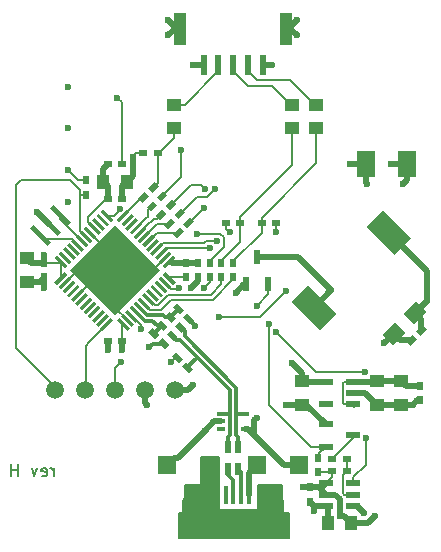
<source format=gbr>
G04 #@! TF.FileFunction,Copper,L4,Bot,Signal*
%FSLAX46Y46*%
G04 Gerber Fmt 4.6, Leading zero omitted, Abs format (unit mm)*
G04 Created by KiCad (PCBNEW 4.0.7-e2-6376~58~ubuntu14.04.1) date Sun Apr  8 21:09:44 2018*
%MOMM*%
%LPD*%
G01*
G04 APERTURE LIST*
%ADD10C,0.100000*%
%ADD11C,0.140000*%
%ADD12R,1.200000X0.600000*%
%ADD13R,1.800000X1.900000*%
%ADD14R,2.100000X1.600000*%
%ADD15R,0.400000X1.500000*%
%ADD16C,1.500000*%
%ADD17R,0.500000X0.800000*%
%ADD18R,0.800000X0.500000*%
%ADD19R,1.200000X1.000000*%
%ADD20R,1.000000X1.200000*%
%ADD21R,0.600000X1.700000*%
%ADD22R,1.000000X2.700000*%
%ADD23R,0.600000X1.200000*%
%ADD24R,0.800000X0.300000*%
%ADD25R,1.500000X2.300000*%
%ADD26R,0.500000X1.000000*%
%ADD27R,1.600000X1.600000*%
%ADD28C,0.600000*%
%ADD29C,0.350000*%
%ADD30C,0.500000*%
%ADD31C,0.200000*%
%ADD32C,1.000000*%
G04 APERTURE END LIST*
D10*
D11*
X113209979Y-94452381D02*
X113209979Y-93785714D01*
X113209979Y-93976190D02*
X113162360Y-93880952D01*
X113114741Y-93833333D01*
X113019503Y-93785714D01*
X112924264Y-93785714D01*
X112209978Y-94404762D02*
X112305216Y-94452381D01*
X112495693Y-94452381D01*
X112590931Y-94404762D01*
X112638550Y-94309524D01*
X112638550Y-93928571D01*
X112590931Y-93833333D01*
X112495693Y-93785714D01*
X112305216Y-93785714D01*
X112209978Y-93833333D01*
X112162359Y-93928571D01*
X112162359Y-94023810D01*
X112638550Y-94119048D01*
X111829026Y-93785714D02*
X111590931Y-94452381D01*
X111352835Y-93785714D01*
X110209978Y-94452381D02*
X110209978Y-93452381D01*
X110209978Y-93928571D02*
X109638549Y-93928571D01*
X109638549Y-94452381D02*
X109638549Y-93452381D01*
D10*
G36*
X121940381Y-81569670D02*
X122293934Y-81216117D01*
X122859619Y-81781802D01*
X122506066Y-82135355D01*
X121940381Y-81569670D01*
X121940381Y-81569670D01*
G37*
G36*
X122788909Y-82418198D02*
X123142462Y-82064645D01*
X123708147Y-82630330D01*
X123354594Y-82983883D01*
X122788909Y-82418198D01*
X122788909Y-82418198D01*
G37*
G36*
X142101220Y-75727207D02*
X139697057Y-73323044D01*
X141111270Y-71908831D01*
X143515433Y-74312994D01*
X142101220Y-75727207D01*
X142101220Y-75727207D01*
G37*
G36*
X135737258Y-82091169D02*
X133333095Y-79687006D01*
X134747308Y-78272793D01*
X137151471Y-80676956D01*
X135737258Y-82091169D01*
X135737258Y-82091169D01*
G37*
G36*
X112676777Y-74932411D02*
X111191853Y-73447487D01*
X111474695Y-73164645D01*
X112959619Y-74649569D01*
X112676777Y-74932411D01*
X112676777Y-74932411D01*
G37*
G36*
X113525305Y-74083883D02*
X112040381Y-72598959D01*
X112323223Y-72316117D01*
X113808147Y-73801041D01*
X113525305Y-74083883D01*
X113525305Y-74083883D01*
G37*
G36*
X114373833Y-73235355D02*
X112888909Y-71750431D01*
X113171751Y-71467589D01*
X114656675Y-72952513D01*
X114373833Y-73235355D01*
X114373833Y-73235355D01*
G37*
D12*
X138574264Y-96000000D03*
X136274264Y-96000000D03*
X136274264Y-96950000D03*
X136274264Y-95050000D03*
X138574264Y-95050000D03*
X138574264Y-96950000D03*
D13*
X124624264Y-98500000D03*
X132224264Y-98500000D03*
D14*
X131524264Y-95950000D03*
X125324264Y-95950000D03*
D15*
X129724264Y-96000000D03*
X129074264Y-96000000D03*
X128424264Y-96000000D03*
X127774264Y-96000000D03*
X127124264Y-96000000D03*
D12*
X138574264Y-91000000D03*
X136274264Y-91950000D03*
X136274264Y-90050000D03*
D16*
X115884264Y-87160000D03*
X118424264Y-87160000D03*
X113344264Y-87160000D03*
D17*
X134924264Y-95400000D03*
X134924264Y-96600000D03*
X115924264Y-70600000D03*
X115924264Y-69400000D03*
X125424264Y-76400000D03*
X125424264Y-77600000D03*
D18*
X119024264Y-83000000D03*
X117824264Y-83000000D03*
D19*
X110924264Y-76000000D03*
X110924264Y-78000000D03*
D10*
G36*
X123340381Y-80169670D02*
X123693934Y-79816117D01*
X124259619Y-80381802D01*
X123906066Y-80735355D01*
X123340381Y-80169670D01*
X123340381Y-80169670D01*
G37*
G36*
X124188909Y-81018198D02*
X124542462Y-80664645D01*
X125108147Y-81230330D01*
X124754594Y-81583883D01*
X124188909Y-81018198D01*
X124188909Y-81018198D01*
G37*
G36*
X121240381Y-82269670D02*
X121593934Y-81916117D01*
X122159619Y-82481802D01*
X121806066Y-82835355D01*
X121240381Y-82269670D01*
X121240381Y-82269670D01*
G37*
G36*
X122088909Y-83118198D02*
X122442462Y-82764645D01*
X123008147Y-83330330D01*
X122654594Y-83683883D01*
X122088909Y-83118198D01*
X122088909Y-83118198D01*
G37*
D17*
X112424264Y-76400000D03*
X112424264Y-77600000D03*
D20*
X117424264Y-69500000D03*
X119424264Y-69500000D03*
D18*
X117824264Y-71000000D03*
X119024264Y-71000000D03*
D19*
X140624264Y-86400000D03*
X140624264Y-88400000D03*
X134224264Y-86400000D03*
X134224264Y-88400000D03*
D21*
X128424264Y-59600000D03*
X129674264Y-59600000D03*
X127174264Y-59600000D03*
X125924264Y-59600000D03*
D22*
X132924264Y-56550000D03*
X123924264Y-56550000D03*
D21*
X130924264Y-59600000D03*
D10*
G36*
X125008147Y-85330330D02*
X124654594Y-85683883D01*
X124088909Y-85118198D01*
X124442462Y-84764645D01*
X125008147Y-85330330D01*
X125008147Y-85330330D01*
G37*
G36*
X124159619Y-84481802D02*
X123806066Y-84835355D01*
X123240381Y-84269670D01*
X123593934Y-83916117D01*
X124159619Y-84481802D01*
X124159619Y-84481802D01*
G37*
G36*
X122943934Y-73533883D02*
X122590381Y-73180330D01*
X123156066Y-72614645D01*
X123509619Y-72968198D01*
X122943934Y-73533883D01*
X122943934Y-73533883D01*
G37*
G36*
X123792462Y-72685355D02*
X123438909Y-72331802D01*
X124004594Y-71766117D01*
X124358147Y-72119670D01*
X123792462Y-72685355D01*
X123792462Y-72685355D01*
G37*
D18*
X138024264Y-94000000D03*
X136824264Y-94000000D03*
D10*
G36*
X122640381Y-80869670D02*
X122993934Y-80516117D01*
X123559619Y-81081802D01*
X123206066Y-81435355D01*
X122640381Y-80869670D01*
X122640381Y-80869670D01*
G37*
G36*
X123488909Y-81718198D02*
X123842462Y-81364645D01*
X124408147Y-81930330D01*
X124054594Y-82283883D01*
X123488909Y-81718198D01*
X123488909Y-81718198D01*
G37*
D18*
X119024264Y-68000000D03*
X117824264Y-68000000D03*
D10*
G36*
X122504594Y-70266117D02*
X122858147Y-70619670D01*
X122292462Y-71185355D01*
X121938909Y-70831802D01*
X122504594Y-70266117D01*
X122504594Y-70266117D01*
G37*
G36*
X121656066Y-71114645D02*
X122009619Y-71468198D01*
X121443934Y-72033883D01*
X121090381Y-71680330D01*
X121656066Y-71114645D01*
X121656066Y-71114645D01*
G37*
G36*
X123254594Y-71016117D02*
X123608147Y-71369670D01*
X123042462Y-71935355D01*
X122688909Y-71581802D01*
X123254594Y-71016117D01*
X123254594Y-71016117D01*
G37*
G36*
X122406066Y-71864645D02*
X122759619Y-72218198D01*
X122193934Y-72783883D01*
X121840381Y-72430330D01*
X122406066Y-71864645D01*
X122406066Y-71864645D01*
G37*
G36*
X124754594Y-72516117D02*
X125108147Y-72869670D01*
X124542462Y-73435355D01*
X124188909Y-73081802D01*
X124754594Y-72516117D01*
X124754594Y-72516117D01*
G37*
G36*
X123906066Y-73364645D02*
X124259619Y-73718198D01*
X123693934Y-74283883D01*
X123340381Y-73930330D01*
X123906066Y-73364645D01*
X123906066Y-73364645D01*
G37*
D12*
X138574264Y-87400000D03*
X138574264Y-86450000D03*
X138574264Y-88350000D03*
X136274264Y-88350000D03*
X136274264Y-86450000D03*
D10*
G36*
X142128769Y-81411611D02*
X143012653Y-82295495D01*
X141951993Y-83356155D01*
X141068109Y-82472271D01*
X142128769Y-81411611D01*
X142128769Y-81411611D01*
G37*
G36*
X143896535Y-79643845D02*
X144780419Y-80527729D01*
X143719759Y-81588389D01*
X142835875Y-80704505D01*
X143896535Y-79643845D01*
X143896535Y-79643845D01*
G37*
D23*
X130424264Y-75850000D03*
X131374264Y-78150000D03*
X129474264Y-78150000D03*
D17*
X126424264Y-77600000D03*
X126424264Y-76400000D03*
X124424264Y-77600000D03*
X124424264Y-76400000D03*
D18*
X136824264Y-93000000D03*
X138024264Y-93000000D03*
D17*
X135624264Y-94100000D03*
X135624264Y-92900000D03*
D19*
X142624264Y-86400000D03*
X142624264Y-88400000D03*
D17*
X144224264Y-88000000D03*
X144224264Y-86800000D03*
D20*
X136424264Y-98400000D03*
X138424264Y-98400000D03*
D24*
X127424264Y-90450000D03*
X127424264Y-89800000D03*
X127424264Y-89150000D03*
X129424264Y-89150000D03*
X129424264Y-90450000D03*
D10*
G36*
X143393934Y-83383883D02*
X143040381Y-83030330D01*
X143606066Y-82464645D01*
X143959619Y-82818198D01*
X143393934Y-83383883D01*
X143393934Y-83383883D01*
G37*
G36*
X144242462Y-82535355D02*
X143888909Y-82181802D01*
X144454594Y-81616117D01*
X144808147Y-81969670D01*
X144242462Y-82535355D01*
X144242462Y-82535355D01*
G37*
G36*
X114163946Y-76840901D02*
X113280062Y-75957017D01*
X113492194Y-75744885D01*
X114376078Y-76628769D01*
X114163946Y-76840901D01*
X114163946Y-76840901D01*
G37*
G36*
X114517499Y-76487348D02*
X113633615Y-75603464D01*
X113845747Y-75391332D01*
X114729631Y-76275216D01*
X114517499Y-76487348D01*
X114517499Y-76487348D01*
G37*
G36*
X114871053Y-76133794D02*
X113987169Y-75249910D01*
X114199301Y-75037778D01*
X115083185Y-75921662D01*
X114871053Y-76133794D01*
X114871053Y-76133794D01*
G37*
G36*
X115224606Y-75780241D02*
X114340722Y-74896357D01*
X114552854Y-74684225D01*
X115436738Y-75568109D01*
X115224606Y-75780241D01*
X115224606Y-75780241D01*
G37*
G36*
X115578159Y-75426688D02*
X114694275Y-74542804D01*
X114906407Y-74330672D01*
X115790291Y-75214556D01*
X115578159Y-75426688D01*
X115578159Y-75426688D01*
G37*
G36*
X115931713Y-75073134D02*
X115047829Y-74189250D01*
X115259961Y-73977118D01*
X116143845Y-74861002D01*
X115931713Y-75073134D01*
X115931713Y-75073134D01*
G37*
G36*
X116285266Y-74719581D02*
X115401382Y-73835697D01*
X115613514Y-73623565D01*
X116497398Y-74507449D01*
X116285266Y-74719581D01*
X116285266Y-74719581D01*
G37*
G36*
X116638820Y-74366027D02*
X115754936Y-73482143D01*
X115967068Y-73270011D01*
X116850952Y-74153895D01*
X116638820Y-74366027D01*
X116638820Y-74366027D01*
G37*
G36*
X116992373Y-74012474D02*
X116108489Y-73128590D01*
X116320621Y-72916458D01*
X117204505Y-73800342D01*
X116992373Y-74012474D01*
X116992373Y-74012474D01*
G37*
G36*
X117345926Y-73658921D02*
X116462042Y-72775037D01*
X116674174Y-72562905D01*
X117558058Y-73446789D01*
X117345926Y-73658921D01*
X117345926Y-73658921D01*
G37*
G36*
X117699480Y-73305367D02*
X116815596Y-72421483D01*
X117027728Y-72209351D01*
X117911612Y-73093235D01*
X117699480Y-73305367D01*
X117699480Y-73305367D01*
G37*
G36*
X118053033Y-72951814D02*
X117169149Y-72067930D01*
X117381281Y-71855798D01*
X118265165Y-72739682D01*
X118053033Y-72951814D01*
X118053033Y-72951814D01*
G37*
G36*
X118583363Y-72739682D02*
X119467247Y-71855798D01*
X119679379Y-72067930D01*
X118795495Y-72951814D01*
X118583363Y-72739682D01*
X118583363Y-72739682D01*
G37*
G36*
X118936916Y-73093235D02*
X119820800Y-72209351D01*
X120032932Y-72421483D01*
X119149048Y-73305367D01*
X118936916Y-73093235D01*
X118936916Y-73093235D01*
G37*
G36*
X119290470Y-73446789D02*
X120174354Y-72562905D01*
X120386486Y-72775037D01*
X119502602Y-73658921D01*
X119290470Y-73446789D01*
X119290470Y-73446789D01*
G37*
G36*
X119644023Y-73800342D02*
X120527907Y-72916458D01*
X120740039Y-73128590D01*
X119856155Y-74012474D01*
X119644023Y-73800342D01*
X119644023Y-73800342D01*
G37*
G36*
X119997576Y-74153895D02*
X120881460Y-73270011D01*
X121093592Y-73482143D01*
X120209708Y-74366027D01*
X119997576Y-74153895D01*
X119997576Y-74153895D01*
G37*
G36*
X120351130Y-74507449D02*
X121235014Y-73623565D01*
X121447146Y-73835697D01*
X120563262Y-74719581D01*
X120351130Y-74507449D01*
X120351130Y-74507449D01*
G37*
G36*
X120704683Y-74861002D02*
X121588567Y-73977118D01*
X121800699Y-74189250D01*
X120916815Y-75073134D01*
X120704683Y-74861002D01*
X120704683Y-74861002D01*
G37*
G36*
X121058237Y-75214556D02*
X121942121Y-74330672D01*
X122154253Y-74542804D01*
X121270369Y-75426688D01*
X121058237Y-75214556D01*
X121058237Y-75214556D01*
G37*
G36*
X121411790Y-75568109D02*
X122295674Y-74684225D01*
X122507806Y-74896357D01*
X121623922Y-75780241D01*
X121411790Y-75568109D01*
X121411790Y-75568109D01*
G37*
G36*
X121765343Y-75921662D02*
X122649227Y-75037778D01*
X122861359Y-75249910D01*
X121977475Y-76133794D01*
X121765343Y-75921662D01*
X121765343Y-75921662D01*
G37*
G36*
X122118897Y-76275216D02*
X123002781Y-75391332D01*
X123214913Y-75603464D01*
X122331029Y-76487348D01*
X122118897Y-76275216D01*
X122118897Y-76275216D01*
G37*
G36*
X122472450Y-76628769D02*
X123356334Y-75744885D01*
X123568466Y-75957017D01*
X122684582Y-76840901D01*
X122472450Y-76628769D01*
X122472450Y-76628769D01*
G37*
G36*
X122684582Y-77159099D02*
X123568466Y-78042983D01*
X123356334Y-78255115D01*
X122472450Y-77371231D01*
X122684582Y-77159099D01*
X122684582Y-77159099D01*
G37*
G36*
X122331029Y-77512652D02*
X123214913Y-78396536D01*
X123002781Y-78608668D01*
X122118897Y-77724784D01*
X122331029Y-77512652D01*
X122331029Y-77512652D01*
G37*
G36*
X121977475Y-77866206D02*
X122861359Y-78750090D01*
X122649227Y-78962222D01*
X121765343Y-78078338D01*
X121977475Y-77866206D01*
X121977475Y-77866206D01*
G37*
G36*
X121623922Y-78219759D02*
X122507806Y-79103643D01*
X122295674Y-79315775D01*
X121411790Y-78431891D01*
X121623922Y-78219759D01*
X121623922Y-78219759D01*
G37*
G36*
X121270369Y-78573312D02*
X122154253Y-79457196D01*
X121942121Y-79669328D01*
X121058237Y-78785444D01*
X121270369Y-78573312D01*
X121270369Y-78573312D01*
G37*
G36*
X120916815Y-78926866D02*
X121800699Y-79810750D01*
X121588567Y-80022882D01*
X120704683Y-79138998D01*
X120916815Y-78926866D01*
X120916815Y-78926866D01*
G37*
G36*
X120563262Y-79280419D02*
X121447146Y-80164303D01*
X121235014Y-80376435D01*
X120351130Y-79492551D01*
X120563262Y-79280419D01*
X120563262Y-79280419D01*
G37*
G36*
X120209708Y-79633973D02*
X121093592Y-80517857D01*
X120881460Y-80729989D01*
X119997576Y-79846105D01*
X120209708Y-79633973D01*
X120209708Y-79633973D01*
G37*
G36*
X119856155Y-79987526D02*
X120740039Y-80871410D01*
X120527907Y-81083542D01*
X119644023Y-80199658D01*
X119856155Y-79987526D01*
X119856155Y-79987526D01*
G37*
G36*
X119502602Y-80341079D02*
X120386486Y-81224963D01*
X120174354Y-81437095D01*
X119290470Y-80553211D01*
X119502602Y-80341079D01*
X119502602Y-80341079D01*
G37*
G36*
X119149048Y-80694633D02*
X120032932Y-81578517D01*
X119820800Y-81790649D01*
X118936916Y-80906765D01*
X119149048Y-80694633D01*
X119149048Y-80694633D01*
G37*
G36*
X118795495Y-81048186D02*
X119679379Y-81932070D01*
X119467247Y-82144202D01*
X118583363Y-81260318D01*
X118795495Y-81048186D01*
X118795495Y-81048186D01*
G37*
G36*
X117169149Y-81932070D02*
X118053033Y-81048186D01*
X118265165Y-81260318D01*
X117381281Y-82144202D01*
X117169149Y-81932070D01*
X117169149Y-81932070D01*
G37*
G36*
X116815596Y-81578517D02*
X117699480Y-80694633D01*
X117911612Y-80906765D01*
X117027728Y-81790649D01*
X116815596Y-81578517D01*
X116815596Y-81578517D01*
G37*
G36*
X116462042Y-81224963D02*
X117345926Y-80341079D01*
X117558058Y-80553211D01*
X116674174Y-81437095D01*
X116462042Y-81224963D01*
X116462042Y-81224963D01*
G37*
G36*
X116108489Y-80871410D02*
X116992373Y-79987526D01*
X117204505Y-80199658D01*
X116320621Y-81083542D01*
X116108489Y-80871410D01*
X116108489Y-80871410D01*
G37*
G36*
X115754936Y-80517857D02*
X116638820Y-79633973D01*
X116850952Y-79846105D01*
X115967068Y-80729989D01*
X115754936Y-80517857D01*
X115754936Y-80517857D01*
G37*
G36*
X115401382Y-80164303D02*
X116285266Y-79280419D01*
X116497398Y-79492551D01*
X115613514Y-80376435D01*
X115401382Y-80164303D01*
X115401382Y-80164303D01*
G37*
G36*
X115047829Y-79810750D02*
X115931713Y-78926866D01*
X116143845Y-79138998D01*
X115259961Y-80022882D01*
X115047829Y-79810750D01*
X115047829Y-79810750D01*
G37*
G36*
X114694275Y-79457196D02*
X115578159Y-78573312D01*
X115790291Y-78785444D01*
X114906407Y-79669328D01*
X114694275Y-79457196D01*
X114694275Y-79457196D01*
G37*
G36*
X114340722Y-79103643D02*
X115224606Y-78219759D01*
X115436738Y-78431891D01*
X114552854Y-79315775D01*
X114340722Y-79103643D01*
X114340722Y-79103643D01*
G37*
G36*
X113987169Y-78750090D02*
X114871053Y-77866206D01*
X115083185Y-78078338D01*
X114199301Y-78962222D01*
X113987169Y-78750090D01*
X113987169Y-78750090D01*
G37*
G36*
X113633615Y-78396536D02*
X114517499Y-77512652D01*
X114729631Y-77724784D01*
X113845747Y-78608668D01*
X113633615Y-78396536D01*
X113633615Y-78396536D01*
G37*
G36*
X113280062Y-78042983D02*
X114163946Y-77159099D01*
X114376078Y-77371231D01*
X113492194Y-78255115D01*
X113280062Y-78042983D01*
X113280062Y-78042983D01*
G37*
G36*
X118424264Y-75727208D02*
X117151472Y-74454416D01*
X118424264Y-73181624D01*
X119697056Y-74454416D01*
X118424264Y-75727208D01*
X118424264Y-75727208D01*
G37*
G36*
X115878680Y-78272792D02*
X114605888Y-77000000D01*
X115878680Y-75727208D01*
X117151472Y-77000000D01*
X115878680Y-78272792D01*
X115878680Y-78272792D01*
G37*
G36*
X118424264Y-80818376D02*
X117151472Y-79545584D01*
X118424264Y-78272792D01*
X119697056Y-79545584D01*
X118424264Y-80818376D01*
X118424264Y-80818376D01*
G37*
G36*
X120969848Y-78272792D02*
X119697056Y-77000000D01*
X120969848Y-75727208D01*
X122242640Y-77000000D01*
X120969848Y-78272792D01*
X120969848Y-78272792D01*
G37*
G36*
X117151472Y-77000000D02*
X115878680Y-75727208D01*
X117151472Y-74454416D01*
X118424264Y-75727208D01*
X117151472Y-77000000D01*
X117151472Y-77000000D01*
G37*
G36*
X118424264Y-78272792D02*
X117151472Y-77000000D01*
X118424264Y-75727208D01*
X119697056Y-77000000D01*
X118424264Y-78272792D01*
X118424264Y-78272792D01*
G37*
G36*
X119697056Y-77000000D02*
X118424264Y-75727208D01*
X119697056Y-74454416D01*
X120969848Y-75727208D01*
X119697056Y-77000000D01*
X119697056Y-77000000D01*
G37*
G36*
X119697056Y-79545584D02*
X118424264Y-78272792D01*
X119697056Y-77000000D01*
X120969848Y-78272792D01*
X119697056Y-79545584D01*
X119697056Y-79545584D01*
G37*
G36*
X117151472Y-79545584D02*
X115878680Y-78272792D01*
X117151472Y-77000000D01*
X118424264Y-78272792D01*
X117151472Y-79545584D01*
X117151472Y-79545584D01*
G37*
D16*
X123504264Y-87160000D03*
X120964264Y-87160000D03*
D25*
X143174264Y-68000000D03*
X139674264Y-68000000D03*
D26*
X128854264Y-93850000D03*
X127994264Y-93850000D03*
X127994264Y-91950000D03*
X128854264Y-91950000D03*
D18*
X129024264Y-73000000D03*
X127824264Y-73000000D03*
X122024264Y-67100000D03*
X120824264Y-67100000D03*
D17*
X127424264Y-76400000D03*
X127424264Y-77600000D03*
X128424264Y-76400000D03*
X128424264Y-77600000D03*
D19*
X133424264Y-65000000D03*
X133424264Y-63000000D03*
X135424264Y-65000000D03*
X135424264Y-63000000D03*
D18*
X130824264Y-73000000D03*
X132024264Y-73000000D03*
D19*
X123424264Y-65000000D03*
X123424264Y-63000000D03*
D10*
G36*
X121754594Y-69516117D02*
X122108147Y-69869670D01*
X121542462Y-70435355D01*
X121188909Y-70081802D01*
X121754594Y-69516117D01*
X121754594Y-69516117D01*
G37*
G36*
X120906066Y-70364645D02*
X121259619Y-70718198D01*
X120693934Y-71283883D01*
X120340381Y-70930330D01*
X120906066Y-70364645D01*
X120906066Y-70364645D01*
G37*
D27*
X134024264Y-93500000D03*
X130424264Y-93500000D03*
X126424264Y-93500000D03*
X122824264Y-93500000D03*
D28*
X117824264Y-83750000D03*
X132024264Y-73800000D03*
X128124264Y-73800000D03*
X139724264Y-69700000D03*
X138324264Y-68000000D03*
X122924264Y-57100000D03*
X122924264Y-55800000D03*
X133824264Y-55800000D03*
X133824264Y-57100000D03*
X112424264Y-78500000D03*
X125024264Y-86700000D03*
X126024264Y-90600000D03*
X134324264Y-95400000D03*
X132924264Y-88400000D03*
X141624264Y-88400000D03*
X143624264Y-88400000D03*
X119924264Y-67400000D03*
X114424264Y-71200000D03*
X114424264Y-68500000D03*
X114424264Y-65000000D03*
X114424264Y-61500000D03*
X111824264Y-72100000D03*
X121324264Y-83500000D03*
X125024264Y-59600000D03*
X140424264Y-97800000D03*
X137424264Y-97800000D03*
X125224264Y-81700000D03*
X128624264Y-78900000D03*
X118424264Y-74454416D03*
X124824264Y-78500000D03*
X118424264Y-77000000D03*
X119697056Y-78272792D03*
X120969848Y-77000000D03*
X119697056Y-75727208D03*
X117151472Y-75727208D03*
X115878680Y-77000000D03*
X117151472Y-78272792D03*
X118424264Y-79545584D03*
X130424264Y-89500000D03*
X135224264Y-97400000D03*
X121124264Y-88400000D03*
X123124264Y-84800000D03*
X126924264Y-70100000D03*
X133424264Y-84900000D03*
X117824264Y-70400000D03*
X123674264Y-76400000D03*
X112424264Y-75700000D03*
X119024264Y-83750000D03*
X132924264Y-78800000D03*
X144824264Y-79600000D03*
X142824264Y-69700000D03*
X141824264Y-68000000D03*
X131724264Y-59600000D03*
X139524264Y-97600000D03*
X143624264Y-86800000D03*
X141624264Y-86400000D03*
X123824264Y-78500000D03*
X127224264Y-81000000D03*
X118624264Y-62400000D03*
X124024264Y-66800000D03*
X126030194Y-70096442D03*
X125924264Y-71700000D03*
X139664266Y-91200000D03*
X139624264Y-85600000D03*
X132024264Y-82200000D03*
X127024264Y-74500000D03*
X136724264Y-78700000D03*
X141224264Y-83200000D03*
X125924264Y-78500000D03*
X130424264Y-80000000D03*
X125324264Y-73900000D03*
X118824264Y-71800000D03*
X118924264Y-84800000D03*
X120624264Y-82000000D03*
X131424264Y-81600000D03*
X126424264Y-75100000D03*
X130424264Y-99200000D03*
X126424264Y-99200000D03*
X124624264Y-97200000D03*
X132224264Y-97200000D03*
D29*
X122548528Y-83224264D02*
X121600000Y-83224264D01*
X121600000Y-83224264D02*
X121324264Y-83500000D01*
X124648528Y-81124264D02*
X125224264Y-81700000D01*
D30*
X117824264Y-83000000D02*
X117824264Y-83750000D01*
D31*
X132024264Y-73000000D02*
X132024264Y-73800000D01*
X127824264Y-73000000D02*
X127824264Y-73500000D01*
X127824264Y-73500000D02*
X128124264Y-73800000D01*
D30*
X123724264Y-92900000D02*
X123424264Y-92900000D01*
X123424264Y-92900000D02*
X122824264Y-93500000D01*
X126024264Y-90600000D02*
X123724264Y-92900000D01*
X122824264Y-93500000D02*
X122924264Y-93500000D01*
X139674264Y-68000000D02*
X139674264Y-69650000D01*
X139674264Y-69650000D02*
X139724264Y-69700000D01*
X139674264Y-68000000D02*
X138324264Y-68000000D01*
X123924264Y-56550000D02*
X123474264Y-56550000D01*
X123474264Y-56550000D02*
X122924264Y-57100000D01*
X123674264Y-56550000D02*
X122924264Y-55800000D01*
X123924264Y-56550000D02*
X123674264Y-56550000D01*
X132924264Y-56550000D02*
X133074264Y-56550000D01*
X133074264Y-56550000D02*
X133824264Y-55800000D01*
X132924264Y-56550000D02*
X133274264Y-56550000D01*
X133274264Y-56550000D02*
X133824264Y-57100000D01*
X112424264Y-77600000D02*
X112424264Y-78500000D01*
X110924264Y-78000000D02*
X112024264Y-78000000D01*
X112024264Y-78000000D02*
X112424264Y-77600000D01*
X123504264Y-87160000D02*
X124564264Y-87160000D01*
X124564264Y-87160000D02*
X125024264Y-86700000D01*
X127424264Y-89800000D02*
X126824264Y-89800000D01*
X126824264Y-89800000D02*
X126024264Y-90600000D01*
X134924264Y-95400000D02*
X134324264Y-95400000D01*
X134224264Y-88400000D02*
X132924264Y-88400000D01*
X134224264Y-88400000D02*
X134624264Y-88400000D01*
X134624264Y-88400000D02*
X136274264Y-90050000D01*
X138574264Y-87400000D02*
X139624264Y-87400000D01*
X139624264Y-87400000D02*
X140624264Y-88400000D01*
X119424264Y-69500000D02*
X119924264Y-69000000D01*
X119924264Y-69000000D02*
X119924264Y-67400000D01*
D31*
X120824264Y-67100000D02*
X120224264Y-67100000D01*
X120224264Y-67100000D02*
X119924264Y-67400000D01*
X115924264Y-69400000D02*
X115324264Y-69400000D01*
X115324264Y-69400000D02*
X114424264Y-68500000D01*
X135624264Y-94100000D02*
X136724264Y-94100000D01*
X136724264Y-94100000D02*
X136824264Y-94000000D01*
D30*
X111824264Y-72100000D02*
X112924264Y-73200000D01*
X139674264Y-68000000D02*
X139674264Y-68400000D01*
X125924264Y-59600000D02*
X125024264Y-59600000D01*
X144224264Y-88000000D02*
X144024264Y-88000000D01*
X144024264Y-88000000D02*
X143624264Y-88400000D01*
X142624264Y-88400000D02*
X143624264Y-88400000D01*
X141624264Y-88400000D02*
X140624264Y-88400000D01*
X142624264Y-88400000D02*
X141624264Y-88400000D01*
X138424264Y-98400000D02*
X139824264Y-98400000D01*
X139824264Y-98400000D02*
X140424264Y-97800000D01*
X137424264Y-97800000D02*
X137824264Y-97800000D01*
X137824264Y-97800000D02*
X138424264Y-98400000D01*
X137424264Y-96407998D02*
X137424264Y-97800000D01*
X137016266Y-96000000D02*
X137424264Y-96407998D01*
X136274264Y-96000000D02*
X137016266Y-96000000D01*
X135674264Y-95400000D02*
X135924264Y-95400000D01*
X135924264Y-95400000D02*
X136274264Y-95050000D01*
X134924264Y-95400000D02*
X135674264Y-95400000D01*
X135674264Y-95400000D02*
X136274264Y-96000000D01*
X129474264Y-78150000D02*
X129374264Y-78150000D01*
X129374264Y-78150000D02*
X128624264Y-78900000D01*
D31*
X136824264Y-94000000D02*
X136824264Y-94500000D01*
X136824264Y-94500000D02*
X136274264Y-95050000D01*
D30*
X125424264Y-77600000D02*
X125424264Y-77900000D01*
X125424264Y-77900000D02*
X124824264Y-78500000D01*
D31*
X119484924Y-81242641D02*
X118424264Y-80181981D01*
X118424264Y-80181981D02*
X118424264Y-79545584D01*
X115242283Y-79121320D02*
X116090811Y-78272792D01*
X116090811Y-78272792D02*
X117151472Y-78272792D01*
X114181623Y-78060660D02*
X115242283Y-77000000D01*
X115242283Y-77000000D02*
X115878680Y-77000000D01*
X116302944Y-73818019D02*
X117151472Y-74666547D01*
X117151472Y-74666547D02*
X117151472Y-75727208D01*
X122666905Y-75939340D02*
X121606245Y-77000000D01*
X121606245Y-77000000D02*
X120969848Y-77000000D01*
D30*
X119024264Y-71000000D02*
X119024264Y-69900000D01*
X119024264Y-69900000D02*
X119424264Y-69500000D01*
D31*
X117151472Y-78272792D02*
X118424264Y-79545584D01*
X115878680Y-77000000D02*
X117151472Y-78272792D01*
X117151472Y-75727208D02*
X115878680Y-77000000D01*
X118424264Y-77000000D02*
X117151472Y-75727208D01*
X119697056Y-78272792D02*
X118424264Y-77000000D01*
X120969848Y-77000000D02*
X119697056Y-78272792D01*
X119697056Y-75727208D02*
X120969848Y-77000000D01*
D30*
X130224264Y-91000000D02*
X132724264Y-93500000D01*
X132724264Y-93500000D02*
X134024264Y-93500000D01*
X129674264Y-90450000D02*
X130224264Y-91000000D01*
X129424264Y-90450000D02*
X129674264Y-90450000D01*
X130224264Y-91000000D02*
X130224264Y-89700000D01*
X130224264Y-89700000D02*
X130424264Y-89500000D01*
X135274264Y-96950000D02*
X135274264Y-97350000D01*
X135274264Y-97350000D02*
X135224264Y-97400000D01*
X136424264Y-98400000D02*
X136424264Y-97100000D01*
X136424264Y-97100000D02*
X136274264Y-96950000D01*
X134924264Y-96600000D02*
X135274264Y-96950000D01*
X135274264Y-96950000D02*
X136274264Y-96950000D01*
X120964264Y-87160000D02*
X120964264Y-88240000D01*
X120964264Y-88240000D02*
X121124264Y-88400000D01*
D31*
X123700000Y-84375736D02*
X123548528Y-84375736D01*
X123548528Y-84375736D02*
X123124264Y-84800000D01*
X125324264Y-70800000D02*
X126224264Y-70800000D01*
X126224264Y-70800000D02*
X126924264Y-70100000D01*
X124252080Y-71872184D02*
X125324264Y-70800000D01*
X123898528Y-72225736D02*
X124252080Y-71872184D01*
D30*
X134224264Y-86400000D02*
X134224264Y-85700000D01*
X134224264Y-85700000D02*
X133424264Y-84900000D01*
X136274264Y-86450000D02*
X134274264Y-86450000D01*
X134274264Y-86450000D02*
X134224264Y-86400000D01*
D31*
X119100000Y-83075736D02*
X119024264Y-83000000D01*
D30*
X117824264Y-71000000D02*
X117824264Y-70400000D01*
X117824264Y-70400000D02*
X117824264Y-69900000D01*
X123674264Y-76400000D02*
X123250000Y-76400000D01*
X123250000Y-76400000D02*
X123145324Y-76295324D01*
X124424264Y-76400000D02*
X125424264Y-76400000D01*
X124424264Y-76400000D02*
X123924264Y-76400000D01*
X123924264Y-76400000D02*
X123674264Y-76400000D01*
X117424264Y-69500000D02*
X117424264Y-68400000D01*
X117424264Y-68400000D02*
X117824264Y-68000000D01*
X112424264Y-75700000D02*
X112424264Y-76400000D01*
X119024264Y-83750000D02*
X119024264Y-83000000D01*
D31*
X117824264Y-71000000D02*
X117674264Y-71000000D01*
X117674264Y-71000000D02*
X116143845Y-72530419D01*
X116143845Y-72530419D02*
X116143845Y-72951814D01*
X116143845Y-72951814D02*
X116656497Y-73464466D01*
D30*
X117824264Y-69900000D02*
X117424264Y-69500000D01*
X112424264Y-76400000D02*
X111324264Y-76400000D01*
X111324264Y-76400000D02*
X110924264Y-76000000D01*
D31*
X113828070Y-76292893D02*
X113828070Y-77707107D01*
X112424264Y-76400000D02*
X113720963Y-76400000D01*
X113720963Y-76400000D02*
X113828070Y-76292893D01*
X119024264Y-83000000D02*
X119024264Y-81703301D01*
X119024264Y-81703301D02*
X119131371Y-81596194D01*
D29*
X124548528Y-85224264D02*
X124550000Y-85224264D01*
X124550000Y-85224264D02*
X125374264Y-84400000D01*
X125374264Y-84400000D02*
X125374264Y-84369963D01*
X128170640Y-90923624D02*
X128170640Y-89150000D01*
X128170640Y-89150000D02*
X128170640Y-87166339D01*
X127424264Y-89150000D02*
X128170640Y-89150000D01*
X127994264Y-91950000D02*
X127994264Y-91100000D01*
X127994264Y-91100000D02*
X128170640Y-90923624D01*
X123602080Y-82877816D02*
X123248528Y-82524264D01*
X128170640Y-87166339D02*
X125374264Y-84369963D01*
X125374264Y-84369963D02*
X123882117Y-82877816D01*
X123882117Y-82877816D02*
X123602080Y-82877816D01*
X128670651Y-90916387D02*
X128670651Y-89150000D01*
X128670651Y-89150000D02*
X128670651Y-86945168D01*
X129424264Y-89150000D02*
X128670651Y-89150000D01*
X128854264Y-91950000D02*
X128854264Y-91100000D01*
X128854264Y-91100000D02*
X128670651Y-90916387D01*
X124302080Y-82576597D02*
X124302080Y-82177816D01*
X128670651Y-86945168D02*
X124302080Y-82576597D01*
X124302080Y-82177816D02*
X123948528Y-81824264D01*
D31*
X127224264Y-81000000D02*
X130724264Y-81000000D01*
X130724264Y-81000000D02*
X132924264Y-78800000D01*
D30*
X144824264Y-79600000D02*
X144824264Y-77036038D01*
X144824264Y-77036038D02*
X141606245Y-73818019D01*
X143808147Y-80616117D02*
X144824264Y-79600000D01*
X143174264Y-68000000D02*
X143174264Y-69350000D01*
X143174264Y-69350000D02*
X142824264Y-69700000D01*
X143174264Y-68000000D02*
X141824264Y-68000000D01*
X130924264Y-59600000D02*
X131724264Y-59600000D01*
X138574264Y-96950000D02*
X138874264Y-96950000D01*
X138874264Y-96950000D02*
X139524264Y-97600000D01*
X143624264Y-86800000D02*
X143024264Y-86800000D01*
X144224264Y-86800000D02*
X143624264Y-86800000D01*
X142624264Y-86400000D02*
X141624264Y-86400000D01*
X140624264Y-86400000D02*
X141624264Y-86400000D01*
X144348528Y-82075736D02*
X144348528Y-81156498D01*
X144348528Y-81156498D02*
X143808147Y-80616117D01*
X143024264Y-86800000D02*
X142624264Y-86400000D01*
X143808147Y-76019921D02*
X141606245Y-73818019D01*
X140624264Y-86400000D02*
X140724264Y-86400000D01*
D31*
X138574264Y-88350000D02*
X137774264Y-88350000D01*
X137774264Y-88350000D02*
X137684263Y-88259999D01*
X137684263Y-88259999D02*
X137684263Y-86540001D01*
X137684263Y-86540001D02*
X137774264Y-86450000D01*
X137774264Y-86450000D02*
X138574264Y-86450000D01*
D30*
X138574264Y-86450000D02*
X140574264Y-86450000D01*
X140574264Y-86450000D02*
X140624264Y-86400000D01*
X138624264Y-88400000D02*
X138574264Y-88350000D01*
D31*
X122666905Y-78060660D02*
X123179557Y-78573312D01*
X123179557Y-78573312D02*
X123750952Y-78573312D01*
X123750952Y-78573312D02*
X123824264Y-78500000D01*
D30*
X130924264Y-60150000D02*
X130924264Y-59600000D01*
D31*
X119024264Y-68000000D02*
X119024264Y-62800000D01*
X119024264Y-62800000D02*
X118624264Y-62400000D01*
X124024264Y-69100000D02*
X124024264Y-66800000D01*
X122398528Y-70725736D02*
X122752080Y-70372184D01*
X122752080Y-70372184D02*
X124024264Y-69100000D01*
X126030194Y-70096442D02*
X125730195Y-69796443D01*
X125730195Y-69796443D02*
X124827821Y-69796443D01*
X124827821Y-69796443D02*
X123502080Y-71122184D01*
X123502080Y-71122184D02*
X123148528Y-71475736D01*
X124648528Y-72975736D02*
X125924264Y-71700000D01*
X119131371Y-72403806D02*
X120710913Y-70824264D01*
X120710913Y-70824264D02*
X120800000Y-70824264D01*
X126124264Y-74500000D02*
X126600000Y-74500000D01*
X121959798Y-75232233D02*
X122492031Y-74700000D01*
X122492031Y-74700000D02*
X125924264Y-74700000D01*
X125924264Y-74700000D02*
X126124264Y-74500000D01*
X138574264Y-95050000D02*
X138574264Y-94550000D01*
X138574264Y-94550000D02*
X139664266Y-93459998D01*
X139664266Y-93459998D02*
X139664266Y-91200000D01*
X139624264Y-85600000D02*
X135424264Y-85600000D01*
X135424264Y-85600000D02*
X132024264Y-82200000D01*
X126600000Y-74500000D02*
X127024264Y-74500000D01*
X121992031Y-75232233D02*
X121959798Y-75232233D01*
X137779956Y-96000000D02*
X138574264Y-96000000D01*
X137684263Y-94340001D02*
X137684263Y-95904307D01*
X137684263Y-95904307D02*
X137779956Y-96000000D01*
X138024264Y-94000000D02*
X137684263Y-94340001D01*
X138024264Y-94000000D02*
X138024264Y-93000000D01*
X124424264Y-77600000D02*
X123127565Y-77600000D01*
X123127565Y-77600000D02*
X123020458Y-77707107D01*
X123020458Y-77707107D02*
X123031371Y-77707107D01*
X121765343Y-79987526D02*
X122036738Y-79987526D01*
X122036738Y-79987526D02*
X122924264Y-79100000D01*
X122924264Y-79100000D02*
X126524264Y-79100000D01*
X126524264Y-79100000D02*
X127424264Y-78200000D01*
X121252691Y-79474874D02*
X121765343Y-79987526D01*
X127424264Y-78200000D02*
X127424264Y-77600000D01*
X126674264Y-79500000D02*
X128424264Y-77750000D01*
X122283185Y-80341079D02*
X123124264Y-79500000D01*
X123124264Y-79500000D02*
X126674264Y-79500000D01*
X120899138Y-79828427D02*
X121411790Y-80341079D01*
X121411790Y-80341079D02*
X122283185Y-80341079D01*
X128424264Y-77750000D02*
X128424264Y-77600000D01*
X123800000Y-73824264D02*
X121953553Y-73824264D01*
X121953553Y-73824264D02*
X121252691Y-74525126D01*
X112424264Y-74400000D02*
X112075736Y-74048528D01*
X112430049Y-74394215D02*
X112424264Y-74400000D01*
X112824264Y-74394215D02*
X112430049Y-74394215D01*
X112824264Y-74394215D02*
X112830049Y-74394215D01*
X115242283Y-74878680D02*
X114757818Y-74394215D01*
X114757818Y-74394215D02*
X112824264Y-74394215D01*
X115595837Y-74525126D02*
X113772792Y-72702081D01*
X113772792Y-72702081D02*
X113772792Y-72351472D01*
D30*
X143500000Y-82924264D02*
X142580762Y-82924264D01*
X142580762Y-82924264D02*
X142040381Y-82383883D01*
X130424264Y-75850000D02*
X133874264Y-75850000D01*
X133874264Y-75850000D02*
X136724264Y-78700000D01*
X136724264Y-78700000D02*
X135242283Y-80181981D01*
X142040381Y-82383883D02*
X141224264Y-83200000D01*
X142040381Y-82383883D02*
X142008147Y-82383883D01*
D31*
X125924264Y-78500000D02*
X126424264Y-78000000D01*
X126424264Y-78000000D02*
X126424264Y-77600000D01*
X131374264Y-78150000D02*
X131374264Y-79050000D01*
X131374264Y-79050000D02*
X130424264Y-80000000D01*
X127624264Y-74200000D02*
X127624264Y-75050000D01*
X127624264Y-75050000D02*
X126424264Y-76250000D01*
X126424264Y-76250000D02*
X126424264Y-76400000D01*
X127324264Y-73900000D02*
X127624264Y-74200000D01*
X125324264Y-73900000D02*
X127324264Y-73900000D01*
X118824264Y-71873202D02*
X118824264Y-71800000D01*
X118293660Y-72403806D02*
X118824264Y-71873202D01*
X117717157Y-72403806D02*
X118293660Y-72403806D01*
X126424264Y-76400000D02*
X126424264Y-76300000D01*
X115436738Y-70637526D02*
X115436738Y-70212474D01*
X115436738Y-70212474D02*
X114624264Y-69400000D01*
X114624264Y-69400000D02*
X110424264Y-69400000D01*
X110424264Y-69400000D02*
X110034263Y-69790001D01*
X110034263Y-69790001D02*
X110034263Y-83609999D01*
X110034263Y-83609999D02*
X113424264Y-87000000D01*
X115924264Y-70600000D02*
X115474264Y-70600000D01*
X115474264Y-70600000D02*
X115436738Y-70637526D01*
X115436738Y-70637526D02*
X115436738Y-73658921D01*
X115436738Y-73658921D02*
X115949390Y-74171573D01*
X116113351Y-83200000D02*
X116313351Y-83000000D01*
X116313351Y-83000000D02*
X117717157Y-81596194D01*
X115924264Y-87000000D02*
X115924264Y-83389087D01*
X115924264Y-83389087D02*
X116313351Y-83000000D01*
X118924264Y-84800000D02*
X118424264Y-85300000D01*
X118424264Y-85300000D02*
X118424264Y-87000000D01*
X119838478Y-80889087D02*
X120624264Y-81674873D01*
X120624264Y-81674873D02*
X120624264Y-82000000D01*
X136824264Y-93000000D02*
X138574264Y-91250000D01*
X138574264Y-91250000D02*
X138574264Y-91000000D01*
X131424264Y-88400000D02*
X134974264Y-91950000D01*
X134974264Y-91950000D02*
X136274264Y-91950000D01*
X131424264Y-81600000D02*
X131424264Y-88400000D01*
X135624264Y-92900000D02*
X135624264Y-92600000D01*
X135624264Y-92600000D02*
X136274264Y-91950000D01*
X126000000Y-75100000D02*
X126424264Y-75100000D01*
X122799137Y-75100000D02*
X126000000Y-75100000D01*
X122313351Y-75585786D02*
X122799137Y-75100000D01*
X131424264Y-81600000D02*
X131384263Y-81640001D01*
X123050000Y-73074264D02*
X121996447Y-73074264D01*
X121996447Y-73074264D02*
X120899138Y-74171573D01*
D29*
X123100000Y-80975736D02*
X123800000Y-80275736D01*
X121058236Y-80694633D02*
X120545584Y-80181981D01*
X121163592Y-80799989D02*
X121058236Y-80694633D01*
X122470700Y-80799989D02*
X121163592Y-80799989D01*
X123100000Y-80975736D02*
X122646447Y-80975736D01*
X122646447Y-80975736D02*
X122470700Y-80799989D01*
X122400000Y-81675736D02*
X121700000Y-82375736D01*
X120956482Y-81299999D02*
X120851124Y-81194641D01*
X120851124Y-81194641D02*
X120192024Y-80535541D01*
X122400000Y-81675736D02*
X121946447Y-81675736D01*
X121946447Y-81675736D02*
X121570710Y-81299999D01*
X121570710Y-81299999D02*
X120956482Y-81299999D01*
D32*
X132224264Y-98500000D02*
X131124264Y-98500000D01*
X131124264Y-98500000D02*
X130424264Y-99200000D01*
X124624264Y-98500000D02*
X125724264Y-98500000D01*
X125724264Y-98500000D02*
X126424264Y-99200000D01*
X124624264Y-97200000D02*
X124624264Y-96650000D01*
X124624264Y-98500000D02*
X124624264Y-97200000D01*
X124624264Y-96650000D02*
X125324264Y-95950000D01*
X132224264Y-97200000D02*
X132224264Y-96650000D01*
X132224264Y-98500000D02*
X132224264Y-97200000D01*
X132224264Y-96650000D02*
X131524264Y-95950000D01*
X132224264Y-98500000D02*
X130424264Y-98500000D01*
X124624264Y-98500000D02*
X126424264Y-98500000D01*
D30*
X125324264Y-95950000D02*
X125324264Y-95700000D01*
X129724264Y-96000000D02*
X129724264Y-94200000D01*
X129724264Y-94200000D02*
X130424264Y-93500000D01*
D31*
X121124264Y-72532233D02*
X120192031Y-73464466D01*
X121550000Y-71574264D02*
X121196448Y-71927816D01*
X121196448Y-71927816D02*
X121196448Y-72460049D01*
X121196448Y-72460049D02*
X121124264Y-72532233D01*
X122300000Y-72324264D02*
X121946448Y-72677816D01*
X121946448Y-72677816D02*
X121685787Y-72677816D01*
X121685787Y-72677816D02*
X121058236Y-73305367D01*
X121058236Y-73305367D02*
X120545584Y-73818019D01*
D29*
X129074264Y-96000000D02*
X129074264Y-94070000D01*
X129074264Y-94070000D02*
X128854264Y-93850000D01*
X128424264Y-96000000D02*
X128424264Y-94755002D01*
X128424264Y-94755002D02*
X127994264Y-94325002D01*
X127994264Y-94325002D02*
X127994264Y-93850000D01*
D31*
X122024264Y-67100000D02*
X122174264Y-67100000D01*
X122174264Y-67100000D02*
X123424264Y-65850000D01*
X123424264Y-65850000D02*
X123424264Y-65700000D01*
X123424264Y-65700000D02*
X123424264Y-65000000D01*
X121648528Y-69975736D02*
X122024264Y-69600000D01*
X122024264Y-69600000D02*
X122024264Y-67100000D01*
X128424264Y-59600000D02*
X128424264Y-60150000D01*
X128424264Y-60150000D02*
X129674264Y-61400000D01*
X129674264Y-61400000D02*
X131724264Y-61400000D01*
X131724264Y-61400000D02*
X133324264Y-63000000D01*
X133324264Y-63000000D02*
X133424264Y-63000000D01*
X129024264Y-73450000D02*
X129024264Y-73000000D01*
X129024264Y-72500000D02*
X129024264Y-73000000D01*
X133424264Y-65000000D02*
X133424264Y-68100000D01*
X133424264Y-68100000D02*
X129024264Y-72500000D01*
X127424264Y-76400000D02*
X127424264Y-76250000D01*
X127424264Y-76250000D02*
X129024264Y-74650000D01*
X129024264Y-74650000D02*
X129024264Y-73450000D01*
X130434255Y-60909991D02*
X133234255Y-60909991D01*
X135324264Y-63000000D02*
X135424264Y-63000000D01*
X133234255Y-60909991D02*
X135324264Y-63000000D01*
X129674264Y-60150000D02*
X129674264Y-59600000D01*
X130434255Y-60909991D02*
X129674264Y-60150000D01*
X130824264Y-73000000D02*
X130824264Y-72550000D01*
X130824264Y-72550000D02*
X135424264Y-67950000D01*
X135424264Y-67950000D02*
X135424264Y-67900000D01*
X130824264Y-73850000D02*
X130824264Y-73000000D01*
X135424264Y-65000000D02*
X135424264Y-67900000D01*
X128424264Y-76400000D02*
X128424264Y-76250000D01*
X128424264Y-76250000D02*
X130824264Y-73850000D01*
X123424264Y-63000000D02*
X124324264Y-63000000D01*
X124324264Y-63000000D02*
X127174264Y-60150000D01*
X127174264Y-60150000D02*
X127174264Y-59600000D01*
X127224264Y-59650000D02*
X127174264Y-59600000D01*
G36*
X127224264Y-97200000D02*
X127228223Y-97227859D01*
X127239787Y-97253513D01*
X127258040Y-97274929D01*
X127281536Y-97290412D01*
X127308416Y-97298736D01*
X127324264Y-97300000D01*
X130424264Y-97300000D01*
X130452123Y-97296041D01*
X130477777Y-97284477D01*
X130499193Y-97266224D01*
X130514676Y-97242728D01*
X130523000Y-97215848D01*
X130524264Y-97200000D01*
X130524264Y-95200000D01*
X132524264Y-95200000D01*
X132524264Y-97500000D01*
X132528223Y-97527859D01*
X132539787Y-97553513D01*
X132558040Y-97574929D01*
X132581536Y-97590412D01*
X132608416Y-97598736D01*
X132624264Y-97600000D01*
X133124264Y-97600000D01*
X133124264Y-99650000D01*
X123824264Y-99650000D01*
X123824264Y-97600000D01*
X124224264Y-97600000D01*
X124252123Y-97596041D01*
X124277777Y-97584477D01*
X124299193Y-97566224D01*
X124314676Y-97542728D01*
X124323000Y-97515848D01*
X124324264Y-97500000D01*
X124324264Y-95200000D01*
X125624264Y-95200000D01*
X125652123Y-95196041D01*
X125677777Y-95184477D01*
X125699193Y-95166224D01*
X125714676Y-95142728D01*
X125723000Y-95115848D01*
X125724264Y-95100000D01*
X125724264Y-92800000D01*
X127224264Y-92800000D01*
X127224264Y-97200000D01*
X127224264Y-97200000D01*
G37*
X127224264Y-97200000D02*
X127228223Y-97227859D01*
X127239787Y-97253513D01*
X127258040Y-97274929D01*
X127281536Y-97290412D01*
X127308416Y-97298736D01*
X127324264Y-97300000D01*
X130424264Y-97300000D01*
X130452123Y-97296041D01*
X130477777Y-97284477D01*
X130499193Y-97266224D01*
X130514676Y-97242728D01*
X130523000Y-97215848D01*
X130524264Y-97200000D01*
X130524264Y-95200000D01*
X132524264Y-95200000D01*
X132524264Y-97500000D01*
X132528223Y-97527859D01*
X132539787Y-97553513D01*
X132558040Y-97574929D01*
X132581536Y-97590412D01*
X132608416Y-97598736D01*
X132624264Y-97600000D01*
X133124264Y-97600000D01*
X133124264Y-99650000D01*
X123824264Y-99650000D01*
X123824264Y-97600000D01*
X124224264Y-97600000D01*
X124252123Y-97596041D01*
X124277777Y-97584477D01*
X124299193Y-97566224D01*
X124314676Y-97542728D01*
X124323000Y-97515848D01*
X124324264Y-97500000D01*
X124324264Y-95200000D01*
X125624264Y-95200000D01*
X125652123Y-95196041D01*
X125677777Y-95184477D01*
X125699193Y-95166224D01*
X125714676Y-95142728D01*
X125723000Y-95115848D01*
X125724264Y-95100000D01*
X125724264Y-92800000D01*
X127224264Y-92800000D01*
X127224264Y-97200000D01*
M02*

</source>
